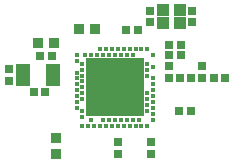
<source format=gts>
G04*
G04 #@! TF.GenerationSoftware,Altium Limited,Altium Designer,19.0.15 (446)*
G04*
G04 Layer_Color=8388736*
%FSLAX24Y24*%
%MOIN*%
G70*
G01*
G75*
%ADD23R,0.0257X0.0296*%
%ADD24R,0.0434X0.0395*%
%ADD25R,0.0296X0.0257*%
%ADD26R,0.0316X0.0257*%
%ADD27R,0.0375X0.0355*%
%ADD28R,0.0355X0.0375*%
%ADD29C,0.0148*%
%ADD30R,0.1949X0.1949*%
%ADD31R,0.0454X0.0769*%
D23*
X1174Y2557D02*
D03*
Y2164D02*
D03*
X2574Y2164D02*
D03*
Y2557D02*
D03*
X1792Y699D02*
D03*
Y305D02*
D03*
X2916Y717D02*
D03*
Y323D02*
D03*
X1191Y-1821D02*
D03*
Y-2215D02*
D03*
X98Y-1821D02*
D03*
Y-2215D02*
D03*
X-3515Y217D02*
D03*
Y610D02*
D03*
D24*
X2160Y2134D02*
D03*
Y2587D02*
D03*
X1589D02*
D03*
Y2134D02*
D03*
D25*
X2205Y1427D02*
D03*
X1811D02*
D03*
X364Y1900D02*
D03*
X758D02*
D03*
X2205Y1073D02*
D03*
X1811D02*
D03*
X2520Y-787D02*
D03*
X2126D02*
D03*
X-2096Y1033D02*
D03*
X-2490D02*
D03*
X-2314Y-167D02*
D03*
X-2708D02*
D03*
D26*
X2539Y302D02*
D03*
X2165Y302D02*
D03*
X3667Y302D02*
D03*
X3293D02*
D03*
D27*
X-1963Y-2215D02*
D03*
Y-1683D02*
D03*
D28*
X-2549Y1467D02*
D03*
X-2018D02*
D03*
X-1191Y1959D02*
D03*
X-659D02*
D03*
D29*
X886Y1280D02*
D03*
X-492D02*
D03*
X-295D02*
D03*
X-98D02*
D03*
X98D02*
D03*
X295D02*
D03*
X492D02*
D03*
X689D02*
D03*
X1083D02*
D03*
X-1280Y1083D02*
D03*
X-984D02*
D03*
X-787D02*
D03*
X-591D02*
D03*
X-394D02*
D03*
X-197D02*
D03*
X0D02*
D03*
X197D02*
D03*
X394D02*
D03*
X591D02*
D03*
X1280D02*
D03*
X1083Y787D02*
D03*
X-1280Y886D02*
D03*
X-1083Y787D02*
D03*
X1280Y689D02*
D03*
X-1083Y591D02*
D03*
X1083D02*
D03*
X-1280Y492D02*
D03*
X-1083Y394D02*
D03*
X1083D02*
D03*
X-1280Y295D02*
D03*
X1280D02*
D03*
X-1083Y197D02*
D03*
X-1280Y98D02*
D03*
X1280D02*
D03*
X-1083Y0D02*
D03*
X-1280Y-98D02*
D03*
X1280D02*
D03*
X-1083Y-197D02*
D03*
X1083D02*
D03*
X-1280Y-295D02*
D03*
X1280D02*
D03*
X-1083Y-394D02*
D03*
X1083D02*
D03*
X-1280Y-492D02*
D03*
X1280D02*
D03*
X1083Y-591D02*
D03*
X-1280Y-689D02*
D03*
X1280D02*
D03*
X-1083Y-787D02*
D03*
X1083D02*
D03*
X1280Y-886D02*
D03*
X-1083Y-984D02*
D03*
X-787Y-1083D02*
D03*
X-394D02*
D03*
X-197D02*
D03*
X0D02*
D03*
X197D02*
D03*
X394D02*
D03*
X591D02*
D03*
X787D02*
D03*
X1280D02*
D03*
X-1083Y-1280D02*
D03*
X-886D02*
D03*
X-689D02*
D03*
X-492D02*
D03*
X-295D02*
D03*
X-98D02*
D03*
X98D02*
D03*
X295D02*
D03*
X492D02*
D03*
X689D02*
D03*
X886D02*
D03*
X1083D02*
D03*
D30*
X0Y0D02*
D03*
D31*
X-2078Y404D02*
D03*
X-3062D02*
D03*
M02*

</source>
